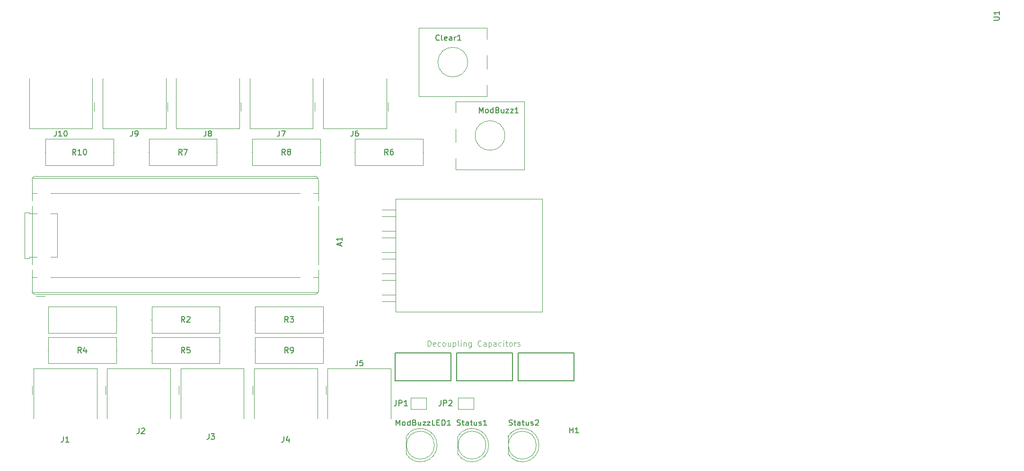
<source format=gbr>
%TF.GenerationSoftware,KiCad,Pcbnew,9.0.6-9.0.6~ubuntu25.04.1*%
%TF.CreationDate,2025-12-30T14:46:32-08:00*%
%TF.ProjectId,buzzer-pcb,62757a7a-6572-42d7-9063-622e6b696361,0*%
%TF.SameCoordinates,Original*%
%TF.FileFunction,Legend,Top*%
%TF.FilePolarity,Positive*%
%FSLAX46Y46*%
G04 Gerber Fmt 4.6, Leading zero omitted, Abs format (unit mm)*
G04 Created by KiCad (PCBNEW 9.0.6-9.0.6~ubuntu25.04.1) date 2025-12-30 14:46:32*
%MOMM*%
%LPD*%
G01*
G04 APERTURE LIST*
%ADD10C,0.100000*%
%ADD11C,0.150000*%
%ADD12C,0.120000*%
%ADD13C,0.127000*%
G04 APERTURE END LIST*
D10*
X83303884Y-69238631D02*
X83303884Y-68238631D01*
X83303884Y-68238631D02*
X83541979Y-68238631D01*
X83541979Y-68238631D02*
X83684836Y-68286250D01*
X83684836Y-68286250D02*
X83780074Y-68381488D01*
X83780074Y-68381488D02*
X83827693Y-68476726D01*
X83827693Y-68476726D02*
X83875312Y-68667202D01*
X83875312Y-68667202D02*
X83875312Y-68810059D01*
X83875312Y-68810059D02*
X83827693Y-69000535D01*
X83827693Y-69000535D02*
X83780074Y-69095773D01*
X83780074Y-69095773D02*
X83684836Y-69191012D01*
X83684836Y-69191012D02*
X83541979Y-69238631D01*
X83541979Y-69238631D02*
X83303884Y-69238631D01*
X84684836Y-69191012D02*
X84589598Y-69238631D01*
X84589598Y-69238631D02*
X84399122Y-69238631D01*
X84399122Y-69238631D02*
X84303884Y-69191012D01*
X84303884Y-69191012D02*
X84256265Y-69095773D01*
X84256265Y-69095773D02*
X84256265Y-68714821D01*
X84256265Y-68714821D02*
X84303884Y-68619583D01*
X84303884Y-68619583D02*
X84399122Y-68571964D01*
X84399122Y-68571964D02*
X84589598Y-68571964D01*
X84589598Y-68571964D02*
X84684836Y-68619583D01*
X84684836Y-68619583D02*
X84732455Y-68714821D01*
X84732455Y-68714821D02*
X84732455Y-68810059D01*
X84732455Y-68810059D02*
X84256265Y-68905297D01*
X85589598Y-69191012D02*
X85494360Y-69238631D01*
X85494360Y-69238631D02*
X85303884Y-69238631D01*
X85303884Y-69238631D02*
X85208646Y-69191012D01*
X85208646Y-69191012D02*
X85161027Y-69143392D01*
X85161027Y-69143392D02*
X85113408Y-69048154D01*
X85113408Y-69048154D02*
X85113408Y-68762440D01*
X85113408Y-68762440D02*
X85161027Y-68667202D01*
X85161027Y-68667202D02*
X85208646Y-68619583D01*
X85208646Y-68619583D02*
X85303884Y-68571964D01*
X85303884Y-68571964D02*
X85494360Y-68571964D01*
X85494360Y-68571964D02*
X85589598Y-68619583D01*
X86161027Y-69238631D02*
X86065789Y-69191012D01*
X86065789Y-69191012D02*
X86018170Y-69143392D01*
X86018170Y-69143392D02*
X85970551Y-69048154D01*
X85970551Y-69048154D02*
X85970551Y-68762440D01*
X85970551Y-68762440D02*
X86018170Y-68667202D01*
X86018170Y-68667202D02*
X86065789Y-68619583D01*
X86065789Y-68619583D02*
X86161027Y-68571964D01*
X86161027Y-68571964D02*
X86303884Y-68571964D01*
X86303884Y-68571964D02*
X86399122Y-68619583D01*
X86399122Y-68619583D02*
X86446741Y-68667202D01*
X86446741Y-68667202D02*
X86494360Y-68762440D01*
X86494360Y-68762440D02*
X86494360Y-69048154D01*
X86494360Y-69048154D02*
X86446741Y-69143392D01*
X86446741Y-69143392D02*
X86399122Y-69191012D01*
X86399122Y-69191012D02*
X86303884Y-69238631D01*
X86303884Y-69238631D02*
X86161027Y-69238631D01*
X87351503Y-68571964D02*
X87351503Y-69238631D01*
X86922932Y-68571964D02*
X86922932Y-69095773D01*
X86922932Y-69095773D02*
X86970551Y-69191012D01*
X86970551Y-69191012D02*
X87065789Y-69238631D01*
X87065789Y-69238631D02*
X87208646Y-69238631D01*
X87208646Y-69238631D02*
X87303884Y-69191012D01*
X87303884Y-69191012D02*
X87351503Y-69143392D01*
X87827694Y-68571964D02*
X87827694Y-69571964D01*
X87827694Y-68619583D02*
X87922932Y-68571964D01*
X87922932Y-68571964D02*
X88113408Y-68571964D01*
X88113408Y-68571964D02*
X88208646Y-68619583D01*
X88208646Y-68619583D02*
X88256265Y-68667202D01*
X88256265Y-68667202D02*
X88303884Y-68762440D01*
X88303884Y-68762440D02*
X88303884Y-69048154D01*
X88303884Y-69048154D02*
X88256265Y-69143392D01*
X88256265Y-69143392D02*
X88208646Y-69191012D01*
X88208646Y-69191012D02*
X88113408Y-69238631D01*
X88113408Y-69238631D02*
X87922932Y-69238631D01*
X87922932Y-69238631D02*
X87827694Y-69191012D01*
X88875313Y-69238631D02*
X88780075Y-69191012D01*
X88780075Y-69191012D02*
X88732456Y-69095773D01*
X88732456Y-69095773D02*
X88732456Y-68238631D01*
X89256266Y-69238631D02*
X89256266Y-68571964D01*
X89256266Y-68238631D02*
X89208647Y-68286250D01*
X89208647Y-68286250D02*
X89256266Y-68333869D01*
X89256266Y-68333869D02*
X89303885Y-68286250D01*
X89303885Y-68286250D02*
X89256266Y-68238631D01*
X89256266Y-68238631D02*
X89256266Y-68333869D01*
X89732456Y-68571964D02*
X89732456Y-69238631D01*
X89732456Y-68667202D02*
X89780075Y-68619583D01*
X89780075Y-68619583D02*
X89875313Y-68571964D01*
X89875313Y-68571964D02*
X90018170Y-68571964D01*
X90018170Y-68571964D02*
X90113408Y-68619583D01*
X90113408Y-68619583D02*
X90161027Y-68714821D01*
X90161027Y-68714821D02*
X90161027Y-69238631D01*
X91065789Y-68571964D02*
X91065789Y-69381488D01*
X91065789Y-69381488D02*
X91018170Y-69476726D01*
X91018170Y-69476726D02*
X90970551Y-69524345D01*
X90970551Y-69524345D02*
X90875313Y-69571964D01*
X90875313Y-69571964D02*
X90732456Y-69571964D01*
X90732456Y-69571964D02*
X90637218Y-69524345D01*
X91065789Y-69191012D02*
X90970551Y-69238631D01*
X90970551Y-69238631D02*
X90780075Y-69238631D01*
X90780075Y-69238631D02*
X90684837Y-69191012D01*
X90684837Y-69191012D02*
X90637218Y-69143392D01*
X90637218Y-69143392D02*
X90589599Y-69048154D01*
X90589599Y-69048154D02*
X90589599Y-68762440D01*
X90589599Y-68762440D02*
X90637218Y-68667202D01*
X90637218Y-68667202D02*
X90684837Y-68619583D01*
X90684837Y-68619583D02*
X90780075Y-68571964D01*
X90780075Y-68571964D02*
X90970551Y-68571964D01*
X90970551Y-68571964D02*
X91065789Y-68619583D01*
X92875313Y-69143392D02*
X92827694Y-69191012D01*
X92827694Y-69191012D02*
X92684837Y-69238631D01*
X92684837Y-69238631D02*
X92589599Y-69238631D01*
X92589599Y-69238631D02*
X92446742Y-69191012D01*
X92446742Y-69191012D02*
X92351504Y-69095773D01*
X92351504Y-69095773D02*
X92303885Y-69000535D01*
X92303885Y-69000535D02*
X92256266Y-68810059D01*
X92256266Y-68810059D02*
X92256266Y-68667202D01*
X92256266Y-68667202D02*
X92303885Y-68476726D01*
X92303885Y-68476726D02*
X92351504Y-68381488D01*
X92351504Y-68381488D02*
X92446742Y-68286250D01*
X92446742Y-68286250D02*
X92589599Y-68238631D01*
X92589599Y-68238631D02*
X92684837Y-68238631D01*
X92684837Y-68238631D02*
X92827694Y-68286250D01*
X92827694Y-68286250D02*
X92875313Y-68333869D01*
X93732456Y-69238631D02*
X93732456Y-68714821D01*
X93732456Y-68714821D02*
X93684837Y-68619583D01*
X93684837Y-68619583D02*
X93589599Y-68571964D01*
X93589599Y-68571964D02*
X93399123Y-68571964D01*
X93399123Y-68571964D02*
X93303885Y-68619583D01*
X93732456Y-69191012D02*
X93637218Y-69238631D01*
X93637218Y-69238631D02*
X93399123Y-69238631D01*
X93399123Y-69238631D02*
X93303885Y-69191012D01*
X93303885Y-69191012D02*
X93256266Y-69095773D01*
X93256266Y-69095773D02*
X93256266Y-69000535D01*
X93256266Y-69000535D02*
X93303885Y-68905297D01*
X93303885Y-68905297D02*
X93399123Y-68857678D01*
X93399123Y-68857678D02*
X93637218Y-68857678D01*
X93637218Y-68857678D02*
X93732456Y-68810059D01*
X94208647Y-68571964D02*
X94208647Y-69571964D01*
X94208647Y-68619583D02*
X94303885Y-68571964D01*
X94303885Y-68571964D02*
X94494361Y-68571964D01*
X94494361Y-68571964D02*
X94589599Y-68619583D01*
X94589599Y-68619583D02*
X94637218Y-68667202D01*
X94637218Y-68667202D02*
X94684837Y-68762440D01*
X94684837Y-68762440D02*
X94684837Y-69048154D01*
X94684837Y-69048154D02*
X94637218Y-69143392D01*
X94637218Y-69143392D02*
X94589599Y-69191012D01*
X94589599Y-69191012D02*
X94494361Y-69238631D01*
X94494361Y-69238631D02*
X94303885Y-69238631D01*
X94303885Y-69238631D02*
X94208647Y-69191012D01*
X95541980Y-69238631D02*
X95541980Y-68714821D01*
X95541980Y-68714821D02*
X95494361Y-68619583D01*
X95494361Y-68619583D02*
X95399123Y-68571964D01*
X95399123Y-68571964D02*
X95208647Y-68571964D01*
X95208647Y-68571964D02*
X95113409Y-68619583D01*
X95541980Y-69191012D02*
X95446742Y-69238631D01*
X95446742Y-69238631D02*
X95208647Y-69238631D01*
X95208647Y-69238631D02*
X95113409Y-69191012D01*
X95113409Y-69191012D02*
X95065790Y-69095773D01*
X95065790Y-69095773D02*
X95065790Y-69000535D01*
X95065790Y-69000535D02*
X95113409Y-68905297D01*
X95113409Y-68905297D02*
X95208647Y-68857678D01*
X95208647Y-68857678D02*
X95446742Y-68857678D01*
X95446742Y-68857678D02*
X95541980Y-68810059D01*
X96446742Y-69191012D02*
X96351504Y-69238631D01*
X96351504Y-69238631D02*
X96161028Y-69238631D01*
X96161028Y-69238631D02*
X96065790Y-69191012D01*
X96065790Y-69191012D02*
X96018171Y-69143392D01*
X96018171Y-69143392D02*
X95970552Y-69048154D01*
X95970552Y-69048154D02*
X95970552Y-68762440D01*
X95970552Y-68762440D02*
X96018171Y-68667202D01*
X96018171Y-68667202D02*
X96065790Y-68619583D01*
X96065790Y-68619583D02*
X96161028Y-68571964D01*
X96161028Y-68571964D02*
X96351504Y-68571964D01*
X96351504Y-68571964D02*
X96446742Y-68619583D01*
X96875314Y-69238631D02*
X96875314Y-68571964D01*
X96875314Y-68238631D02*
X96827695Y-68286250D01*
X96827695Y-68286250D02*
X96875314Y-68333869D01*
X96875314Y-68333869D02*
X96922933Y-68286250D01*
X96922933Y-68286250D02*
X96875314Y-68238631D01*
X96875314Y-68238631D02*
X96875314Y-68333869D01*
X97208647Y-68571964D02*
X97589599Y-68571964D01*
X97351504Y-68238631D02*
X97351504Y-69095773D01*
X97351504Y-69095773D02*
X97399123Y-69191012D01*
X97399123Y-69191012D02*
X97494361Y-69238631D01*
X97494361Y-69238631D02*
X97589599Y-69238631D01*
X98065790Y-69238631D02*
X97970552Y-69191012D01*
X97970552Y-69191012D02*
X97922933Y-69143392D01*
X97922933Y-69143392D02*
X97875314Y-69048154D01*
X97875314Y-69048154D02*
X97875314Y-68762440D01*
X97875314Y-68762440D02*
X97922933Y-68667202D01*
X97922933Y-68667202D02*
X97970552Y-68619583D01*
X97970552Y-68619583D02*
X98065790Y-68571964D01*
X98065790Y-68571964D02*
X98208647Y-68571964D01*
X98208647Y-68571964D02*
X98303885Y-68619583D01*
X98303885Y-68619583D02*
X98351504Y-68667202D01*
X98351504Y-68667202D02*
X98399123Y-68762440D01*
X98399123Y-68762440D02*
X98399123Y-69048154D01*
X98399123Y-69048154D02*
X98351504Y-69143392D01*
X98351504Y-69143392D02*
X98303885Y-69191012D01*
X98303885Y-69191012D02*
X98208647Y-69238631D01*
X98208647Y-69238631D02*
X98065790Y-69238631D01*
X98827695Y-69238631D02*
X98827695Y-68571964D01*
X98827695Y-68762440D02*
X98875314Y-68667202D01*
X98875314Y-68667202D02*
X98922933Y-68619583D01*
X98922933Y-68619583D02*
X99018171Y-68571964D01*
X99018171Y-68571964D02*
X99113409Y-68571964D01*
X99399124Y-69191012D02*
X99494362Y-69238631D01*
X99494362Y-69238631D02*
X99684838Y-69238631D01*
X99684838Y-69238631D02*
X99780076Y-69191012D01*
X99780076Y-69191012D02*
X99827695Y-69095773D01*
X99827695Y-69095773D02*
X99827695Y-69048154D01*
X99827695Y-69048154D02*
X99780076Y-68952916D01*
X99780076Y-68952916D02*
X99684838Y-68905297D01*
X99684838Y-68905297D02*
X99541981Y-68905297D01*
X99541981Y-68905297D02*
X99446743Y-68857678D01*
X99446743Y-68857678D02*
X99399124Y-68762440D01*
X99399124Y-68762440D02*
X99399124Y-68714821D01*
X99399124Y-68714821D02*
X99446743Y-68619583D01*
X99446743Y-68619583D02*
X99541981Y-68571964D01*
X99541981Y-68571964D02*
X99684838Y-68571964D01*
X99684838Y-68571964D02*
X99780076Y-68619583D01*
D11*
X39833333Y-64954819D02*
X39500000Y-64478628D01*
X39261905Y-64954819D02*
X39261905Y-63954819D01*
X39261905Y-63954819D02*
X39642857Y-63954819D01*
X39642857Y-63954819D02*
X39738095Y-64002438D01*
X39738095Y-64002438D02*
X39785714Y-64050057D01*
X39785714Y-64050057D02*
X39833333Y-64145295D01*
X39833333Y-64145295D02*
X39833333Y-64288152D01*
X39833333Y-64288152D02*
X39785714Y-64383390D01*
X39785714Y-64383390D02*
X39738095Y-64431009D01*
X39738095Y-64431009D02*
X39642857Y-64478628D01*
X39642857Y-64478628D02*
X39261905Y-64478628D01*
X40214286Y-64050057D02*
X40261905Y-64002438D01*
X40261905Y-64002438D02*
X40357143Y-63954819D01*
X40357143Y-63954819D02*
X40595238Y-63954819D01*
X40595238Y-63954819D02*
X40690476Y-64002438D01*
X40690476Y-64002438D02*
X40738095Y-64050057D01*
X40738095Y-64050057D02*
X40785714Y-64145295D01*
X40785714Y-64145295D02*
X40785714Y-64240533D01*
X40785714Y-64240533D02*
X40738095Y-64383390D01*
X40738095Y-64383390D02*
X40166667Y-64954819D01*
X40166667Y-64954819D02*
X40785714Y-64954819D01*
X184569819Y-10821904D02*
X185379342Y-10821904D01*
X185379342Y-10821904D02*
X185474580Y-10774285D01*
X185474580Y-10774285D02*
X185522200Y-10726666D01*
X185522200Y-10726666D02*
X185569819Y-10631428D01*
X185569819Y-10631428D02*
X185569819Y-10440952D01*
X185569819Y-10440952D02*
X185522200Y-10345714D01*
X185522200Y-10345714D02*
X185474580Y-10298095D01*
X185474580Y-10298095D02*
X185379342Y-10250476D01*
X185379342Y-10250476D02*
X184569819Y-10250476D01*
X185569819Y-9250476D02*
X185569819Y-9821904D01*
X185569819Y-9536190D02*
X184569819Y-9536190D01*
X184569819Y-9536190D02*
X184712676Y-9631428D01*
X184712676Y-9631428D02*
X184807914Y-9726666D01*
X184807914Y-9726666D02*
X184855533Y-9821904D01*
X43616666Y-30630819D02*
X43616666Y-31345104D01*
X43616666Y-31345104D02*
X43569047Y-31487961D01*
X43569047Y-31487961D02*
X43473809Y-31583200D01*
X43473809Y-31583200D02*
X43330952Y-31630819D01*
X43330952Y-31630819D02*
X43235714Y-31630819D01*
X44235714Y-31059390D02*
X44140476Y-31011771D01*
X44140476Y-31011771D02*
X44092857Y-30964152D01*
X44092857Y-30964152D02*
X44045238Y-30868914D01*
X44045238Y-30868914D02*
X44045238Y-30821295D01*
X44045238Y-30821295D02*
X44092857Y-30726057D01*
X44092857Y-30726057D02*
X44140476Y-30678438D01*
X44140476Y-30678438D02*
X44235714Y-30630819D01*
X44235714Y-30630819D02*
X44426190Y-30630819D01*
X44426190Y-30630819D02*
X44521428Y-30678438D01*
X44521428Y-30678438D02*
X44569047Y-30726057D01*
X44569047Y-30726057D02*
X44616666Y-30821295D01*
X44616666Y-30821295D02*
X44616666Y-30868914D01*
X44616666Y-30868914D02*
X44569047Y-30964152D01*
X44569047Y-30964152D02*
X44521428Y-31011771D01*
X44521428Y-31011771D02*
X44426190Y-31059390D01*
X44426190Y-31059390D02*
X44235714Y-31059390D01*
X44235714Y-31059390D02*
X44140476Y-31107009D01*
X44140476Y-31107009D02*
X44092857Y-31154628D01*
X44092857Y-31154628D02*
X44045238Y-31249866D01*
X44045238Y-31249866D02*
X44045238Y-31440342D01*
X44045238Y-31440342D02*
X44092857Y-31535580D01*
X44092857Y-31535580D02*
X44140476Y-31583200D01*
X44140476Y-31583200D02*
X44235714Y-31630819D01*
X44235714Y-31630819D02*
X44426190Y-31630819D01*
X44426190Y-31630819D02*
X44521428Y-31583200D01*
X44521428Y-31583200D02*
X44569047Y-31535580D01*
X44569047Y-31535580D02*
X44616666Y-31440342D01*
X44616666Y-31440342D02*
X44616666Y-31249866D01*
X44616666Y-31249866D02*
X44569047Y-31154628D01*
X44569047Y-31154628D02*
X44521428Y-31107009D01*
X44521428Y-31107009D02*
X44426190Y-31059390D01*
X20357142Y-34954819D02*
X20023809Y-34478628D01*
X19785714Y-34954819D02*
X19785714Y-33954819D01*
X19785714Y-33954819D02*
X20166666Y-33954819D01*
X20166666Y-33954819D02*
X20261904Y-34002438D01*
X20261904Y-34002438D02*
X20309523Y-34050057D01*
X20309523Y-34050057D02*
X20357142Y-34145295D01*
X20357142Y-34145295D02*
X20357142Y-34288152D01*
X20357142Y-34288152D02*
X20309523Y-34383390D01*
X20309523Y-34383390D02*
X20261904Y-34431009D01*
X20261904Y-34431009D02*
X20166666Y-34478628D01*
X20166666Y-34478628D02*
X19785714Y-34478628D01*
X21309523Y-34954819D02*
X20738095Y-34954819D01*
X21023809Y-34954819D02*
X21023809Y-33954819D01*
X21023809Y-33954819D02*
X20928571Y-34097676D01*
X20928571Y-34097676D02*
X20833333Y-34192914D01*
X20833333Y-34192914D02*
X20738095Y-34240533D01*
X21928571Y-33954819D02*
X22023809Y-33954819D01*
X22023809Y-33954819D02*
X22119047Y-34002438D01*
X22119047Y-34002438D02*
X22166666Y-34050057D01*
X22166666Y-34050057D02*
X22214285Y-34145295D01*
X22214285Y-34145295D02*
X22261904Y-34335771D01*
X22261904Y-34335771D02*
X22261904Y-34573866D01*
X22261904Y-34573866D02*
X22214285Y-34764342D01*
X22214285Y-34764342D02*
X22166666Y-34859580D01*
X22166666Y-34859580D02*
X22119047Y-34907200D01*
X22119047Y-34907200D02*
X22023809Y-34954819D01*
X22023809Y-34954819D02*
X21928571Y-34954819D01*
X21928571Y-34954819D02*
X21833333Y-34907200D01*
X21833333Y-34907200D02*
X21785714Y-34859580D01*
X21785714Y-34859580D02*
X21738095Y-34764342D01*
X21738095Y-34764342D02*
X21690476Y-34573866D01*
X21690476Y-34573866D02*
X21690476Y-34335771D01*
X21690476Y-34335771D02*
X21738095Y-34145295D01*
X21738095Y-34145295D02*
X21785714Y-34050057D01*
X21785714Y-34050057D02*
X21833333Y-34002438D01*
X21833333Y-34002438D02*
X21928571Y-33954819D01*
X97857142Y-83407200D02*
X97999999Y-83454819D01*
X97999999Y-83454819D02*
X98238094Y-83454819D01*
X98238094Y-83454819D02*
X98333332Y-83407200D01*
X98333332Y-83407200D02*
X98380951Y-83359580D01*
X98380951Y-83359580D02*
X98428570Y-83264342D01*
X98428570Y-83264342D02*
X98428570Y-83169104D01*
X98428570Y-83169104D02*
X98380951Y-83073866D01*
X98380951Y-83073866D02*
X98333332Y-83026247D01*
X98333332Y-83026247D02*
X98238094Y-82978628D01*
X98238094Y-82978628D02*
X98047618Y-82931009D01*
X98047618Y-82931009D02*
X97952380Y-82883390D01*
X97952380Y-82883390D02*
X97904761Y-82835771D01*
X97904761Y-82835771D02*
X97857142Y-82740533D01*
X97857142Y-82740533D02*
X97857142Y-82645295D01*
X97857142Y-82645295D02*
X97904761Y-82550057D01*
X97904761Y-82550057D02*
X97952380Y-82502438D01*
X97952380Y-82502438D02*
X98047618Y-82454819D01*
X98047618Y-82454819D02*
X98285713Y-82454819D01*
X98285713Y-82454819D02*
X98428570Y-82502438D01*
X98714285Y-82788152D02*
X99095237Y-82788152D01*
X98857142Y-82454819D02*
X98857142Y-83311961D01*
X98857142Y-83311961D02*
X98904761Y-83407200D01*
X98904761Y-83407200D02*
X98999999Y-83454819D01*
X98999999Y-83454819D02*
X99095237Y-83454819D01*
X99857142Y-83454819D02*
X99857142Y-82931009D01*
X99857142Y-82931009D02*
X99809523Y-82835771D01*
X99809523Y-82835771D02*
X99714285Y-82788152D01*
X99714285Y-82788152D02*
X99523809Y-82788152D01*
X99523809Y-82788152D02*
X99428571Y-82835771D01*
X99857142Y-83407200D02*
X99761904Y-83454819D01*
X99761904Y-83454819D02*
X99523809Y-83454819D01*
X99523809Y-83454819D02*
X99428571Y-83407200D01*
X99428571Y-83407200D02*
X99380952Y-83311961D01*
X99380952Y-83311961D02*
X99380952Y-83216723D01*
X99380952Y-83216723D02*
X99428571Y-83121485D01*
X99428571Y-83121485D02*
X99523809Y-83073866D01*
X99523809Y-83073866D02*
X99761904Y-83073866D01*
X99761904Y-83073866D02*
X99857142Y-83026247D01*
X100190476Y-82788152D02*
X100571428Y-82788152D01*
X100333333Y-82454819D02*
X100333333Y-83311961D01*
X100333333Y-83311961D02*
X100380952Y-83407200D01*
X100380952Y-83407200D02*
X100476190Y-83454819D01*
X100476190Y-83454819D02*
X100571428Y-83454819D01*
X101333333Y-82788152D02*
X101333333Y-83454819D01*
X100904762Y-82788152D02*
X100904762Y-83311961D01*
X100904762Y-83311961D02*
X100952381Y-83407200D01*
X100952381Y-83407200D02*
X101047619Y-83454819D01*
X101047619Y-83454819D02*
X101190476Y-83454819D01*
X101190476Y-83454819D02*
X101285714Y-83407200D01*
X101285714Y-83407200D02*
X101333333Y-83359580D01*
X101761905Y-83407200D02*
X101857143Y-83454819D01*
X101857143Y-83454819D02*
X102047619Y-83454819D01*
X102047619Y-83454819D02*
X102142857Y-83407200D01*
X102142857Y-83407200D02*
X102190476Y-83311961D01*
X102190476Y-83311961D02*
X102190476Y-83264342D01*
X102190476Y-83264342D02*
X102142857Y-83169104D01*
X102142857Y-83169104D02*
X102047619Y-83121485D01*
X102047619Y-83121485D02*
X101904762Y-83121485D01*
X101904762Y-83121485D02*
X101809524Y-83073866D01*
X101809524Y-83073866D02*
X101761905Y-82978628D01*
X101761905Y-82978628D02*
X101761905Y-82931009D01*
X101761905Y-82931009D02*
X101809524Y-82835771D01*
X101809524Y-82835771D02*
X101904762Y-82788152D01*
X101904762Y-82788152D02*
X102047619Y-82788152D01*
X102047619Y-82788152D02*
X102142857Y-82835771D01*
X102571429Y-82550057D02*
X102619048Y-82502438D01*
X102619048Y-82502438D02*
X102714286Y-82454819D01*
X102714286Y-82454819D02*
X102952381Y-82454819D01*
X102952381Y-82454819D02*
X103047619Y-82502438D01*
X103047619Y-82502438D02*
X103095238Y-82550057D01*
X103095238Y-82550057D02*
X103142857Y-82645295D01*
X103142857Y-82645295D02*
X103142857Y-82740533D01*
X103142857Y-82740533D02*
X103095238Y-82883390D01*
X103095238Y-82883390D02*
X102523810Y-83454819D01*
X102523810Y-83454819D02*
X103142857Y-83454819D01*
X85380951Y-14359580D02*
X85333332Y-14407200D01*
X85333332Y-14407200D02*
X85190475Y-14454819D01*
X85190475Y-14454819D02*
X85095237Y-14454819D01*
X85095237Y-14454819D02*
X84952380Y-14407200D01*
X84952380Y-14407200D02*
X84857142Y-14311961D01*
X84857142Y-14311961D02*
X84809523Y-14216723D01*
X84809523Y-14216723D02*
X84761904Y-14026247D01*
X84761904Y-14026247D02*
X84761904Y-13883390D01*
X84761904Y-13883390D02*
X84809523Y-13692914D01*
X84809523Y-13692914D02*
X84857142Y-13597676D01*
X84857142Y-13597676D02*
X84952380Y-13502438D01*
X84952380Y-13502438D02*
X85095237Y-13454819D01*
X85095237Y-13454819D02*
X85190475Y-13454819D01*
X85190475Y-13454819D02*
X85333332Y-13502438D01*
X85333332Y-13502438D02*
X85380951Y-13550057D01*
X85952380Y-14454819D02*
X85857142Y-14407200D01*
X85857142Y-14407200D02*
X85809523Y-14311961D01*
X85809523Y-14311961D02*
X85809523Y-13454819D01*
X86714285Y-14407200D02*
X86619047Y-14454819D01*
X86619047Y-14454819D02*
X86428571Y-14454819D01*
X86428571Y-14454819D02*
X86333333Y-14407200D01*
X86333333Y-14407200D02*
X86285714Y-14311961D01*
X86285714Y-14311961D02*
X86285714Y-13931009D01*
X86285714Y-13931009D02*
X86333333Y-13835771D01*
X86333333Y-13835771D02*
X86428571Y-13788152D01*
X86428571Y-13788152D02*
X86619047Y-13788152D01*
X86619047Y-13788152D02*
X86714285Y-13835771D01*
X86714285Y-13835771D02*
X86761904Y-13931009D01*
X86761904Y-13931009D02*
X86761904Y-14026247D01*
X86761904Y-14026247D02*
X86285714Y-14121485D01*
X87619047Y-14454819D02*
X87619047Y-13931009D01*
X87619047Y-13931009D02*
X87571428Y-13835771D01*
X87571428Y-13835771D02*
X87476190Y-13788152D01*
X87476190Y-13788152D02*
X87285714Y-13788152D01*
X87285714Y-13788152D02*
X87190476Y-13835771D01*
X87619047Y-14407200D02*
X87523809Y-14454819D01*
X87523809Y-14454819D02*
X87285714Y-14454819D01*
X87285714Y-14454819D02*
X87190476Y-14407200D01*
X87190476Y-14407200D02*
X87142857Y-14311961D01*
X87142857Y-14311961D02*
X87142857Y-14216723D01*
X87142857Y-14216723D02*
X87190476Y-14121485D01*
X87190476Y-14121485D02*
X87285714Y-14073866D01*
X87285714Y-14073866D02*
X87523809Y-14073866D01*
X87523809Y-14073866D02*
X87619047Y-14026247D01*
X88095238Y-14454819D02*
X88095238Y-13788152D01*
X88095238Y-13978628D02*
X88142857Y-13883390D01*
X88142857Y-13883390D02*
X88190476Y-13835771D01*
X88190476Y-13835771D02*
X88285714Y-13788152D01*
X88285714Y-13788152D02*
X88380952Y-13788152D01*
X89238095Y-14454819D02*
X88666667Y-14454819D01*
X88952381Y-14454819D02*
X88952381Y-13454819D01*
X88952381Y-13454819D02*
X88857143Y-13597676D01*
X88857143Y-13597676D02*
X88761905Y-13692914D01*
X88761905Y-13692914D02*
X88666667Y-13740533D01*
X77666666Y-78954819D02*
X77666666Y-79669104D01*
X77666666Y-79669104D02*
X77619047Y-79811961D01*
X77619047Y-79811961D02*
X77523809Y-79907200D01*
X77523809Y-79907200D02*
X77380952Y-79954819D01*
X77380952Y-79954819D02*
X77285714Y-79954819D01*
X78142857Y-79954819D02*
X78142857Y-78954819D01*
X78142857Y-78954819D02*
X78523809Y-78954819D01*
X78523809Y-78954819D02*
X78619047Y-79002438D01*
X78619047Y-79002438D02*
X78666666Y-79050057D01*
X78666666Y-79050057D02*
X78714285Y-79145295D01*
X78714285Y-79145295D02*
X78714285Y-79288152D01*
X78714285Y-79288152D02*
X78666666Y-79383390D01*
X78666666Y-79383390D02*
X78619047Y-79431009D01*
X78619047Y-79431009D02*
X78523809Y-79478628D01*
X78523809Y-79478628D02*
X78142857Y-79478628D01*
X79666666Y-79954819D02*
X79095238Y-79954819D01*
X79380952Y-79954819D02*
X79380952Y-78954819D01*
X79380952Y-78954819D02*
X79285714Y-79097676D01*
X79285714Y-79097676D02*
X79190476Y-79192914D01*
X79190476Y-79192914D02*
X79095238Y-79240533D01*
X57833333Y-34954819D02*
X57500000Y-34478628D01*
X57261905Y-34954819D02*
X57261905Y-33954819D01*
X57261905Y-33954819D02*
X57642857Y-33954819D01*
X57642857Y-33954819D02*
X57738095Y-34002438D01*
X57738095Y-34002438D02*
X57785714Y-34050057D01*
X57785714Y-34050057D02*
X57833333Y-34145295D01*
X57833333Y-34145295D02*
X57833333Y-34288152D01*
X57833333Y-34288152D02*
X57785714Y-34383390D01*
X57785714Y-34383390D02*
X57738095Y-34431009D01*
X57738095Y-34431009D02*
X57642857Y-34478628D01*
X57642857Y-34478628D02*
X57261905Y-34478628D01*
X58404762Y-34383390D02*
X58309524Y-34335771D01*
X58309524Y-34335771D02*
X58261905Y-34288152D01*
X58261905Y-34288152D02*
X58214286Y-34192914D01*
X58214286Y-34192914D02*
X58214286Y-34145295D01*
X58214286Y-34145295D02*
X58261905Y-34050057D01*
X58261905Y-34050057D02*
X58309524Y-34002438D01*
X58309524Y-34002438D02*
X58404762Y-33954819D01*
X58404762Y-33954819D02*
X58595238Y-33954819D01*
X58595238Y-33954819D02*
X58690476Y-34002438D01*
X58690476Y-34002438D02*
X58738095Y-34050057D01*
X58738095Y-34050057D02*
X58785714Y-34145295D01*
X58785714Y-34145295D02*
X58785714Y-34192914D01*
X58785714Y-34192914D02*
X58738095Y-34288152D01*
X58738095Y-34288152D02*
X58690476Y-34335771D01*
X58690476Y-34335771D02*
X58595238Y-34383390D01*
X58595238Y-34383390D02*
X58404762Y-34383390D01*
X58404762Y-34383390D02*
X58309524Y-34431009D01*
X58309524Y-34431009D02*
X58261905Y-34478628D01*
X58261905Y-34478628D02*
X58214286Y-34573866D01*
X58214286Y-34573866D02*
X58214286Y-34764342D01*
X58214286Y-34764342D02*
X58261905Y-34859580D01*
X58261905Y-34859580D02*
X58309524Y-34907200D01*
X58309524Y-34907200D02*
X58404762Y-34954819D01*
X58404762Y-34954819D02*
X58595238Y-34954819D01*
X58595238Y-34954819D02*
X58690476Y-34907200D01*
X58690476Y-34907200D02*
X58738095Y-34859580D01*
X58738095Y-34859580D02*
X58785714Y-34764342D01*
X58785714Y-34764342D02*
X58785714Y-34573866D01*
X58785714Y-34573866D02*
X58738095Y-34478628D01*
X58738095Y-34478628D02*
X58690476Y-34431009D01*
X58690476Y-34431009D02*
X58595238Y-34383390D01*
X69916666Y-30630819D02*
X69916666Y-31345104D01*
X69916666Y-31345104D02*
X69869047Y-31487961D01*
X69869047Y-31487961D02*
X69773809Y-31583200D01*
X69773809Y-31583200D02*
X69630952Y-31630819D01*
X69630952Y-31630819D02*
X69535714Y-31630819D01*
X70821428Y-30630819D02*
X70630952Y-30630819D01*
X70630952Y-30630819D02*
X70535714Y-30678438D01*
X70535714Y-30678438D02*
X70488095Y-30726057D01*
X70488095Y-30726057D02*
X70392857Y-30868914D01*
X70392857Y-30868914D02*
X70345238Y-31059390D01*
X70345238Y-31059390D02*
X70345238Y-31440342D01*
X70345238Y-31440342D02*
X70392857Y-31535580D01*
X70392857Y-31535580D02*
X70440476Y-31583200D01*
X70440476Y-31583200D02*
X70535714Y-31630819D01*
X70535714Y-31630819D02*
X70726190Y-31630819D01*
X70726190Y-31630819D02*
X70821428Y-31583200D01*
X70821428Y-31583200D02*
X70869047Y-31535580D01*
X70869047Y-31535580D02*
X70916666Y-31440342D01*
X70916666Y-31440342D02*
X70916666Y-31202247D01*
X70916666Y-31202247D02*
X70869047Y-31107009D01*
X70869047Y-31107009D02*
X70821428Y-31059390D01*
X70821428Y-31059390D02*
X70726190Y-31011771D01*
X70726190Y-31011771D02*
X70535714Y-31011771D01*
X70535714Y-31011771D02*
X70440476Y-31059390D01*
X70440476Y-31059390D02*
X70392857Y-31107009D01*
X70392857Y-31107009D02*
X70345238Y-31202247D01*
X57566666Y-85454819D02*
X57566666Y-86169104D01*
X57566666Y-86169104D02*
X57519047Y-86311961D01*
X57519047Y-86311961D02*
X57423809Y-86407200D01*
X57423809Y-86407200D02*
X57280952Y-86454819D01*
X57280952Y-86454819D02*
X57185714Y-86454819D01*
X58471428Y-85788152D02*
X58471428Y-86454819D01*
X58233333Y-85407200D02*
X57995238Y-86121485D01*
X57995238Y-86121485D02*
X58614285Y-86121485D01*
X56766666Y-30630819D02*
X56766666Y-31345104D01*
X56766666Y-31345104D02*
X56719047Y-31487961D01*
X56719047Y-31487961D02*
X56623809Y-31583200D01*
X56623809Y-31583200D02*
X56480952Y-31630819D01*
X56480952Y-31630819D02*
X56385714Y-31630819D01*
X57147619Y-30630819D02*
X57814285Y-30630819D01*
X57814285Y-30630819D02*
X57385714Y-31630819D01*
X85666666Y-78954819D02*
X85666666Y-79669104D01*
X85666666Y-79669104D02*
X85619047Y-79811961D01*
X85619047Y-79811961D02*
X85523809Y-79907200D01*
X85523809Y-79907200D02*
X85380952Y-79954819D01*
X85380952Y-79954819D02*
X85285714Y-79954819D01*
X86142857Y-79954819D02*
X86142857Y-78954819D01*
X86142857Y-78954819D02*
X86523809Y-78954819D01*
X86523809Y-78954819D02*
X86619047Y-79002438D01*
X86619047Y-79002438D02*
X86666666Y-79050057D01*
X86666666Y-79050057D02*
X86714285Y-79145295D01*
X86714285Y-79145295D02*
X86714285Y-79288152D01*
X86714285Y-79288152D02*
X86666666Y-79383390D01*
X86666666Y-79383390D02*
X86619047Y-79431009D01*
X86619047Y-79431009D02*
X86523809Y-79478628D01*
X86523809Y-79478628D02*
X86142857Y-79478628D01*
X87095238Y-79050057D02*
X87142857Y-79002438D01*
X87142857Y-79002438D02*
X87238095Y-78954819D01*
X87238095Y-78954819D02*
X87476190Y-78954819D01*
X87476190Y-78954819D02*
X87571428Y-79002438D01*
X87571428Y-79002438D02*
X87619047Y-79050057D01*
X87619047Y-79050057D02*
X87666666Y-79145295D01*
X87666666Y-79145295D02*
X87666666Y-79240533D01*
X87666666Y-79240533D02*
X87619047Y-79383390D01*
X87619047Y-79383390D02*
X87047619Y-79954819D01*
X87047619Y-79954819D02*
X87666666Y-79954819D01*
X77666666Y-83454819D02*
X77666666Y-82454819D01*
X77666666Y-82454819D02*
X77999999Y-83169104D01*
X77999999Y-83169104D02*
X78333332Y-82454819D01*
X78333332Y-82454819D02*
X78333332Y-83454819D01*
X78952380Y-83454819D02*
X78857142Y-83407200D01*
X78857142Y-83407200D02*
X78809523Y-83359580D01*
X78809523Y-83359580D02*
X78761904Y-83264342D01*
X78761904Y-83264342D02*
X78761904Y-82978628D01*
X78761904Y-82978628D02*
X78809523Y-82883390D01*
X78809523Y-82883390D02*
X78857142Y-82835771D01*
X78857142Y-82835771D02*
X78952380Y-82788152D01*
X78952380Y-82788152D02*
X79095237Y-82788152D01*
X79095237Y-82788152D02*
X79190475Y-82835771D01*
X79190475Y-82835771D02*
X79238094Y-82883390D01*
X79238094Y-82883390D02*
X79285713Y-82978628D01*
X79285713Y-82978628D02*
X79285713Y-83264342D01*
X79285713Y-83264342D02*
X79238094Y-83359580D01*
X79238094Y-83359580D02*
X79190475Y-83407200D01*
X79190475Y-83407200D02*
X79095237Y-83454819D01*
X79095237Y-83454819D02*
X78952380Y-83454819D01*
X80142856Y-83454819D02*
X80142856Y-82454819D01*
X80142856Y-83407200D02*
X80047618Y-83454819D01*
X80047618Y-83454819D02*
X79857142Y-83454819D01*
X79857142Y-83454819D02*
X79761904Y-83407200D01*
X79761904Y-83407200D02*
X79714285Y-83359580D01*
X79714285Y-83359580D02*
X79666666Y-83264342D01*
X79666666Y-83264342D02*
X79666666Y-82978628D01*
X79666666Y-82978628D02*
X79714285Y-82883390D01*
X79714285Y-82883390D02*
X79761904Y-82835771D01*
X79761904Y-82835771D02*
X79857142Y-82788152D01*
X79857142Y-82788152D02*
X80047618Y-82788152D01*
X80047618Y-82788152D02*
X80142856Y-82835771D01*
X80952380Y-82931009D02*
X81095237Y-82978628D01*
X81095237Y-82978628D02*
X81142856Y-83026247D01*
X81142856Y-83026247D02*
X81190475Y-83121485D01*
X81190475Y-83121485D02*
X81190475Y-83264342D01*
X81190475Y-83264342D02*
X81142856Y-83359580D01*
X81142856Y-83359580D02*
X81095237Y-83407200D01*
X81095237Y-83407200D02*
X80999999Y-83454819D01*
X80999999Y-83454819D02*
X80619047Y-83454819D01*
X80619047Y-83454819D02*
X80619047Y-82454819D01*
X80619047Y-82454819D02*
X80952380Y-82454819D01*
X80952380Y-82454819D02*
X81047618Y-82502438D01*
X81047618Y-82502438D02*
X81095237Y-82550057D01*
X81095237Y-82550057D02*
X81142856Y-82645295D01*
X81142856Y-82645295D02*
X81142856Y-82740533D01*
X81142856Y-82740533D02*
X81095237Y-82835771D01*
X81095237Y-82835771D02*
X81047618Y-82883390D01*
X81047618Y-82883390D02*
X80952380Y-82931009D01*
X80952380Y-82931009D02*
X80619047Y-82931009D01*
X82047618Y-82788152D02*
X82047618Y-83454819D01*
X81619047Y-82788152D02*
X81619047Y-83311961D01*
X81619047Y-83311961D02*
X81666666Y-83407200D01*
X81666666Y-83407200D02*
X81761904Y-83454819D01*
X81761904Y-83454819D02*
X81904761Y-83454819D01*
X81904761Y-83454819D02*
X81999999Y-83407200D01*
X81999999Y-83407200D02*
X82047618Y-83359580D01*
X82428571Y-82788152D02*
X82952380Y-82788152D01*
X82952380Y-82788152D02*
X82428571Y-83454819D01*
X82428571Y-83454819D02*
X82952380Y-83454819D01*
X83238095Y-82788152D02*
X83761904Y-82788152D01*
X83761904Y-82788152D02*
X83238095Y-83454819D01*
X83238095Y-83454819D02*
X83761904Y-83454819D01*
X84619047Y-83454819D02*
X84142857Y-83454819D01*
X84142857Y-83454819D02*
X84142857Y-82454819D01*
X84952381Y-82931009D02*
X85285714Y-82931009D01*
X85428571Y-83454819D02*
X84952381Y-83454819D01*
X84952381Y-83454819D02*
X84952381Y-82454819D01*
X84952381Y-82454819D02*
X85428571Y-82454819D01*
X85857143Y-83454819D02*
X85857143Y-82454819D01*
X85857143Y-82454819D02*
X86095238Y-82454819D01*
X86095238Y-82454819D02*
X86238095Y-82502438D01*
X86238095Y-82502438D02*
X86333333Y-82597676D01*
X86333333Y-82597676D02*
X86380952Y-82692914D01*
X86380952Y-82692914D02*
X86428571Y-82883390D01*
X86428571Y-82883390D02*
X86428571Y-83026247D01*
X86428571Y-83026247D02*
X86380952Y-83216723D01*
X86380952Y-83216723D02*
X86333333Y-83311961D01*
X86333333Y-83311961D02*
X86238095Y-83407200D01*
X86238095Y-83407200D02*
X86095238Y-83454819D01*
X86095238Y-83454819D02*
X85857143Y-83454819D01*
X87380952Y-83454819D02*
X86809524Y-83454819D01*
X87095238Y-83454819D02*
X87095238Y-82454819D01*
X87095238Y-82454819D02*
X87000000Y-82597676D01*
X87000000Y-82597676D02*
X86904762Y-82692914D01*
X86904762Y-82692914D02*
X86809524Y-82740533D01*
X70716666Y-71778819D02*
X70716666Y-72493104D01*
X70716666Y-72493104D02*
X70669047Y-72635961D01*
X70669047Y-72635961D02*
X70573809Y-72731200D01*
X70573809Y-72731200D02*
X70430952Y-72778819D01*
X70430952Y-72778819D02*
X70335714Y-72778819D01*
X71669047Y-71778819D02*
X71192857Y-71778819D01*
X71192857Y-71778819D02*
X71145238Y-72255009D01*
X71145238Y-72255009D02*
X71192857Y-72207390D01*
X71192857Y-72207390D02*
X71288095Y-72159771D01*
X71288095Y-72159771D02*
X71526190Y-72159771D01*
X71526190Y-72159771D02*
X71621428Y-72207390D01*
X71621428Y-72207390D02*
X71669047Y-72255009D01*
X71669047Y-72255009D02*
X71716666Y-72350247D01*
X71716666Y-72350247D02*
X71716666Y-72588342D01*
X71716666Y-72588342D02*
X71669047Y-72683580D01*
X71669047Y-72683580D02*
X71621428Y-72731200D01*
X71621428Y-72731200D02*
X71526190Y-72778819D01*
X71526190Y-72778819D02*
X71288095Y-72778819D01*
X71288095Y-72778819D02*
X71192857Y-72731200D01*
X71192857Y-72731200D02*
X71145238Y-72683580D01*
X58333333Y-64954819D02*
X58000000Y-64478628D01*
X57761905Y-64954819D02*
X57761905Y-63954819D01*
X57761905Y-63954819D02*
X58142857Y-63954819D01*
X58142857Y-63954819D02*
X58238095Y-64002438D01*
X58238095Y-64002438D02*
X58285714Y-64050057D01*
X58285714Y-64050057D02*
X58333333Y-64145295D01*
X58333333Y-64145295D02*
X58333333Y-64288152D01*
X58333333Y-64288152D02*
X58285714Y-64383390D01*
X58285714Y-64383390D02*
X58238095Y-64431009D01*
X58238095Y-64431009D02*
X58142857Y-64478628D01*
X58142857Y-64478628D02*
X57761905Y-64478628D01*
X58666667Y-63954819D02*
X59285714Y-63954819D01*
X59285714Y-63954819D02*
X58952381Y-64335771D01*
X58952381Y-64335771D02*
X59095238Y-64335771D01*
X59095238Y-64335771D02*
X59190476Y-64383390D01*
X59190476Y-64383390D02*
X59238095Y-64431009D01*
X59238095Y-64431009D02*
X59285714Y-64526247D01*
X59285714Y-64526247D02*
X59285714Y-64764342D01*
X59285714Y-64764342D02*
X59238095Y-64859580D01*
X59238095Y-64859580D02*
X59190476Y-64907200D01*
X59190476Y-64907200D02*
X59095238Y-64954819D01*
X59095238Y-64954819D02*
X58809524Y-64954819D01*
X58809524Y-64954819D02*
X58714286Y-64907200D01*
X58714286Y-64907200D02*
X58666667Y-64859580D01*
X76213333Y-34954819D02*
X75880000Y-34478628D01*
X75641905Y-34954819D02*
X75641905Y-33954819D01*
X75641905Y-33954819D02*
X76022857Y-33954819D01*
X76022857Y-33954819D02*
X76118095Y-34002438D01*
X76118095Y-34002438D02*
X76165714Y-34050057D01*
X76165714Y-34050057D02*
X76213333Y-34145295D01*
X76213333Y-34145295D02*
X76213333Y-34288152D01*
X76213333Y-34288152D02*
X76165714Y-34383390D01*
X76165714Y-34383390D02*
X76118095Y-34431009D01*
X76118095Y-34431009D02*
X76022857Y-34478628D01*
X76022857Y-34478628D02*
X75641905Y-34478628D01*
X77070476Y-33954819D02*
X76880000Y-33954819D01*
X76880000Y-33954819D02*
X76784762Y-34002438D01*
X76784762Y-34002438D02*
X76737143Y-34050057D01*
X76737143Y-34050057D02*
X76641905Y-34192914D01*
X76641905Y-34192914D02*
X76594286Y-34383390D01*
X76594286Y-34383390D02*
X76594286Y-34764342D01*
X76594286Y-34764342D02*
X76641905Y-34859580D01*
X76641905Y-34859580D02*
X76689524Y-34907200D01*
X76689524Y-34907200D02*
X76784762Y-34954819D01*
X76784762Y-34954819D02*
X76975238Y-34954819D01*
X76975238Y-34954819D02*
X77070476Y-34907200D01*
X77070476Y-34907200D02*
X77118095Y-34859580D01*
X77118095Y-34859580D02*
X77165714Y-34764342D01*
X77165714Y-34764342D02*
X77165714Y-34526247D01*
X77165714Y-34526247D02*
X77118095Y-34431009D01*
X77118095Y-34431009D02*
X77070476Y-34383390D01*
X77070476Y-34383390D02*
X76975238Y-34335771D01*
X76975238Y-34335771D02*
X76784762Y-34335771D01*
X76784762Y-34335771D02*
X76689524Y-34383390D01*
X76689524Y-34383390D02*
X76641905Y-34431009D01*
X76641905Y-34431009D02*
X76594286Y-34526247D01*
X39333333Y-34954819D02*
X39000000Y-34478628D01*
X38761905Y-34954819D02*
X38761905Y-33954819D01*
X38761905Y-33954819D02*
X39142857Y-33954819D01*
X39142857Y-33954819D02*
X39238095Y-34002438D01*
X39238095Y-34002438D02*
X39285714Y-34050057D01*
X39285714Y-34050057D02*
X39333333Y-34145295D01*
X39333333Y-34145295D02*
X39333333Y-34288152D01*
X39333333Y-34288152D02*
X39285714Y-34383390D01*
X39285714Y-34383390D02*
X39238095Y-34431009D01*
X39238095Y-34431009D02*
X39142857Y-34478628D01*
X39142857Y-34478628D02*
X38761905Y-34478628D01*
X39666667Y-33954819D02*
X40333333Y-33954819D01*
X40333333Y-33954819D02*
X39904762Y-34954819D01*
X30466666Y-30630819D02*
X30466666Y-31345104D01*
X30466666Y-31345104D02*
X30419047Y-31487961D01*
X30419047Y-31487961D02*
X30323809Y-31583200D01*
X30323809Y-31583200D02*
X30180952Y-31630819D01*
X30180952Y-31630819D02*
X30085714Y-31630819D01*
X30990476Y-31630819D02*
X31180952Y-31630819D01*
X31180952Y-31630819D02*
X31276190Y-31583200D01*
X31276190Y-31583200D02*
X31323809Y-31535580D01*
X31323809Y-31535580D02*
X31419047Y-31392723D01*
X31419047Y-31392723D02*
X31466666Y-31202247D01*
X31466666Y-31202247D02*
X31466666Y-30821295D01*
X31466666Y-30821295D02*
X31419047Y-30726057D01*
X31419047Y-30726057D02*
X31371428Y-30678438D01*
X31371428Y-30678438D02*
X31276190Y-30630819D01*
X31276190Y-30630819D02*
X31085714Y-30630819D01*
X31085714Y-30630819D02*
X30990476Y-30678438D01*
X30990476Y-30678438D02*
X30942857Y-30726057D01*
X30942857Y-30726057D02*
X30895238Y-30821295D01*
X30895238Y-30821295D02*
X30895238Y-31059390D01*
X30895238Y-31059390D02*
X30942857Y-31154628D01*
X30942857Y-31154628D02*
X30990476Y-31202247D01*
X30990476Y-31202247D02*
X31085714Y-31249866D01*
X31085714Y-31249866D02*
X31276190Y-31249866D01*
X31276190Y-31249866D02*
X31371428Y-31202247D01*
X31371428Y-31202247D02*
X31419047Y-31154628D01*
X31419047Y-31154628D02*
X31466666Y-31059390D01*
X92523809Y-27454819D02*
X92523809Y-26454819D01*
X92523809Y-26454819D02*
X92857142Y-27169104D01*
X92857142Y-27169104D02*
X93190475Y-26454819D01*
X93190475Y-26454819D02*
X93190475Y-27454819D01*
X93809523Y-27454819D02*
X93714285Y-27407200D01*
X93714285Y-27407200D02*
X93666666Y-27359580D01*
X93666666Y-27359580D02*
X93619047Y-27264342D01*
X93619047Y-27264342D02*
X93619047Y-26978628D01*
X93619047Y-26978628D02*
X93666666Y-26883390D01*
X93666666Y-26883390D02*
X93714285Y-26835771D01*
X93714285Y-26835771D02*
X93809523Y-26788152D01*
X93809523Y-26788152D02*
X93952380Y-26788152D01*
X93952380Y-26788152D02*
X94047618Y-26835771D01*
X94047618Y-26835771D02*
X94095237Y-26883390D01*
X94095237Y-26883390D02*
X94142856Y-26978628D01*
X94142856Y-26978628D02*
X94142856Y-27264342D01*
X94142856Y-27264342D02*
X94095237Y-27359580D01*
X94095237Y-27359580D02*
X94047618Y-27407200D01*
X94047618Y-27407200D02*
X93952380Y-27454819D01*
X93952380Y-27454819D02*
X93809523Y-27454819D01*
X94999999Y-27454819D02*
X94999999Y-26454819D01*
X94999999Y-27407200D02*
X94904761Y-27454819D01*
X94904761Y-27454819D02*
X94714285Y-27454819D01*
X94714285Y-27454819D02*
X94619047Y-27407200D01*
X94619047Y-27407200D02*
X94571428Y-27359580D01*
X94571428Y-27359580D02*
X94523809Y-27264342D01*
X94523809Y-27264342D02*
X94523809Y-26978628D01*
X94523809Y-26978628D02*
X94571428Y-26883390D01*
X94571428Y-26883390D02*
X94619047Y-26835771D01*
X94619047Y-26835771D02*
X94714285Y-26788152D01*
X94714285Y-26788152D02*
X94904761Y-26788152D01*
X94904761Y-26788152D02*
X94999999Y-26835771D01*
X95809523Y-26931009D02*
X95952380Y-26978628D01*
X95952380Y-26978628D02*
X95999999Y-27026247D01*
X95999999Y-27026247D02*
X96047618Y-27121485D01*
X96047618Y-27121485D02*
X96047618Y-27264342D01*
X96047618Y-27264342D02*
X95999999Y-27359580D01*
X95999999Y-27359580D02*
X95952380Y-27407200D01*
X95952380Y-27407200D02*
X95857142Y-27454819D01*
X95857142Y-27454819D02*
X95476190Y-27454819D01*
X95476190Y-27454819D02*
X95476190Y-26454819D01*
X95476190Y-26454819D02*
X95809523Y-26454819D01*
X95809523Y-26454819D02*
X95904761Y-26502438D01*
X95904761Y-26502438D02*
X95952380Y-26550057D01*
X95952380Y-26550057D02*
X95999999Y-26645295D01*
X95999999Y-26645295D02*
X95999999Y-26740533D01*
X95999999Y-26740533D02*
X95952380Y-26835771D01*
X95952380Y-26835771D02*
X95904761Y-26883390D01*
X95904761Y-26883390D02*
X95809523Y-26931009D01*
X95809523Y-26931009D02*
X95476190Y-26931009D01*
X96904761Y-26788152D02*
X96904761Y-27454819D01*
X96476190Y-26788152D02*
X96476190Y-27311961D01*
X96476190Y-27311961D02*
X96523809Y-27407200D01*
X96523809Y-27407200D02*
X96619047Y-27454819D01*
X96619047Y-27454819D02*
X96761904Y-27454819D01*
X96761904Y-27454819D02*
X96857142Y-27407200D01*
X96857142Y-27407200D02*
X96904761Y-27359580D01*
X97285714Y-26788152D02*
X97809523Y-26788152D01*
X97809523Y-26788152D02*
X97285714Y-27454819D01*
X97285714Y-27454819D02*
X97809523Y-27454819D01*
X98095238Y-26788152D02*
X98619047Y-26788152D01*
X98619047Y-26788152D02*
X98095238Y-27454819D01*
X98095238Y-27454819D02*
X98619047Y-27454819D01*
X99523809Y-27454819D02*
X98952381Y-27454819D01*
X99238095Y-27454819D02*
X99238095Y-26454819D01*
X99238095Y-26454819D02*
X99142857Y-26597676D01*
X99142857Y-26597676D02*
X99047619Y-26692914D01*
X99047619Y-26692914D02*
X98952381Y-26740533D01*
X44166666Y-84954819D02*
X44166666Y-85669104D01*
X44166666Y-85669104D02*
X44119047Y-85811961D01*
X44119047Y-85811961D02*
X44023809Y-85907200D01*
X44023809Y-85907200D02*
X43880952Y-85954819D01*
X43880952Y-85954819D02*
X43785714Y-85954819D01*
X44547619Y-84954819D02*
X45166666Y-84954819D01*
X45166666Y-84954819D02*
X44833333Y-85335771D01*
X44833333Y-85335771D02*
X44976190Y-85335771D01*
X44976190Y-85335771D02*
X45071428Y-85383390D01*
X45071428Y-85383390D02*
X45119047Y-85431009D01*
X45119047Y-85431009D02*
X45166666Y-85526247D01*
X45166666Y-85526247D02*
X45166666Y-85764342D01*
X45166666Y-85764342D02*
X45119047Y-85859580D01*
X45119047Y-85859580D02*
X45071428Y-85907200D01*
X45071428Y-85907200D02*
X44976190Y-85954819D01*
X44976190Y-85954819D02*
X44690476Y-85954819D01*
X44690476Y-85954819D02*
X44595238Y-85907200D01*
X44595238Y-85907200D02*
X44547619Y-85859580D01*
X88587142Y-83407200D02*
X88729999Y-83454819D01*
X88729999Y-83454819D02*
X88968094Y-83454819D01*
X88968094Y-83454819D02*
X89063332Y-83407200D01*
X89063332Y-83407200D02*
X89110951Y-83359580D01*
X89110951Y-83359580D02*
X89158570Y-83264342D01*
X89158570Y-83264342D02*
X89158570Y-83169104D01*
X89158570Y-83169104D02*
X89110951Y-83073866D01*
X89110951Y-83073866D02*
X89063332Y-83026247D01*
X89063332Y-83026247D02*
X88968094Y-82978628D01*
X88968094Y-82978628D02*
X88777618Y-82931009D01*
X88777618Y-82931009D02*
X88682380Y-82883390D01*
X88682380Y-82883390D02*
X88634761Y-82835771D01*
X88634761Y-82835771D02*
X88587142Y-82740533D01*
X88587142Y-82740533D02*
X88587142Y-82645295D01*
X88587142Y-82645295D02*
X88634761Y-82550057D01*
X88634761Y-82550057D02*
X88682380Y-82502438D01*
X88682380Y-82502438D02*
X88777618Y-82454819D01*
X88777618Y-82454819D02*
X89015713Y-82454819D01*
X89015713Y-82454819D02*
X89158570Y-82502438D01*
X89444285Y-82788152D02*
X89825237Y-82788152D01*
X89587142Y-82454819D02*
X89587142Y-83311961D01*
X89587142Y-83311961D02*
X89634761Y-83407200D01*
X89634761Y-83407200D02*
X89729999Y-83454819D01*
X89729999Y-83454819D02*
X89825237Y-83454819D01*
X90587142Y-83454819D02*
X90587142Y-82931009D01*
X90587142Y-82931009D02*
X90539523Y-82835771D01*
X90539523Y-82835771D02*
X90444285Y-82788152D01*
X90444285Y-82788152D02*
X90253809Y-82788152D01*
X90253809Y-82788152D02*
X90158571Y-82835771D01*
X90587142Y-83407200D02*
X90491904Y-83454819D01*
X90491904Y-83454819D02*
X90253809Y-83454819D01*
X90253809Y-83454819D02*
X90158571Y-83407200D01*
X90158571Y-83407200D02*
X90110952Y-83311961D01*
X90110952Y-83311961D02*
X90110952Y-83216723D01*
X90110952Y-83216723D02*
X90158571Y-83121485D01*
X90158571Y-83121485D02*
X90253809Y-83073866D01*
X90253809Y-83073866D02*
X90491904Y-83073866D01*
X90491904Y-83073866D02*
X90587142Y-83026247D01*
X90920476Y-82788152D02*
X91301428Y-82788152D01*
X91063333Y-82454819D02*
X91063333Y-83311961D01*
X91063333Y-83311961D02*
X91110952Y-83407200D01*
X91110952Y-83407200D02*
X91206190Y-83454819D01*
X91206190Y-83454819D02*
X91301428Y-83454819D01*
X92063333Y-82788152D02*
X92063333Y-83454819D01*
X91634762Y-82788152D02*
X91634762Y-83311961D01*
X91634762Y-83311961D02*
X91682381Y-83407200D01*
X91682381Y-83407200D02*
X91777619Y-83454819D01*
X91777619Y-83454819D02*
X91920476Y-83454819D01*
X91920476Y-83454819D02*
X92015714Y-83407200D01*
X92015714Y-83407200D02*
X92063333Y-83359580D01*
X92491905Y-83407200D02*
X92587143Y-83454819D01*
X92587143Y-83454819D02*
X92777619Y-83454819D01*
X92777619Y-83454819D02*
X92872857Y-83407200D01*
X92872857Y-83407200D02*
X92920476Y-83311961D01*
X92920476Y-83311961D02*
X92920476Y-83264342D01*
X92920476Y-83264342D02*
X92872857Y-83169104D01*
X92872857Y-83169104D02*
X92777619Y-83121485D01*
X92777619Y-83121485D02*
X92634762Y-83121485D01*
X92634762Y-83121485D02*
X92539524Y-83073866D01*
X92539524Y-83073866D02*
X92491905Y-82978628D01*
X92491905Y-82978628D02*
X92491905Y-82931009D01*
X92491905Y-82931009D02*
X92539524Y-82835771D01*
X92539524Y-82835771D02*
X92634762Y-82788152D01*
X92634762Y-82788152D02*
X92777619Y-82788152D01*
X92777619Y-82788152D02*
X92872857Y-82835771D01*
X93872857Y-83454819D02*
X93301429Y-83454819D01*
X93587143Y-83454819D02*
X93587143Y-82454819D01*
X93587143Y-82454819D02*
X93491905Y-82597676D01*
X93491905Y-82597676D02*
X93396667Y-82692914D01*
X93396667Y-82692914D02*
X93301429Y-82740533D01*
X31666666Y-83954819D02*
X31666666Y-84669104D01*
X31666666Y-84669104D02*
X31619047Y-84811961D01*
X31619047Y-84811961D02*
X31523809Y-84907200D01*
X31523809Y-84907200D02*
X31380952Y-84954819D01*
X31380952Y-84954819D02*
X31285714Y-84954819D01*
X32095238Y-84050057D02*
X32142857Y-84002438D01*
X32142857Y-84002438D02*
X32238095Y-83954819D01*
X32238095Y-83954819D02*
X32476190Y-83954819D01*
X32476190Y-83954819D02*
X32571428Y-84002438D01*
X32571428Y-84002438D02*
X32619047Y-84050057D01*
X32619047Y-84050057D02*
X32666666Y-84145295D01*
X32666666Y-84145295D02*
X32666666Y-84240533D01*
X32666666Y-84240533D02*
X32619047Y-84383390D01*
X32619047Y-84383390D02*
X32047619Y-84954819D01*
X32047619Y-84954819D02*
X32666666Y-84954819D01*
X21333333Y-70454819D02*
X21000000Y-69978628D01*
X20761905Y-70454819D02*
X20761905Y-69454819D01*
X20761905Y-69454819D02*
X21142857Y-69454819D01*
X21142857Y-69454819D02*
X21238095Y-69502438D01*
X21238095Y-69502438D02*
X21285714Y-69550057D01*
X21285714Y-69550057D02*
X21333333Y-69645295D01*
X21333333Y-69645295D02*
X21333333Y-69788152D01*
X21333333Y-69788152D02*
X21285714Y-69883390D01*
X21285714Y-69883390D02*
X21238095Y-69931009D01*
X21238095Y-69931009D02*
X21142857Y-69978628D01*
X21142857Y-69978628D02*
X20761905Y-69978628D01*
X22190476Y-69788152D02*
X22190476Y-70454819D01*
X21952381Y-69407200D02*
X21714286Y-70121485D01*
X21714286Y-70121485D02*
X22333333Y-70121485D01*
X18116666Y-85454819D02*
X18116666Y-86169104D01*
X18116666Y-86169104D02*
X18069047Y-86311961D01*
X18069047Y-86311961D02*
X17973809Y-86407200D01*
X17973809Y-86407200D02*
X17830952Y-86454819D01*
X17830952Y-86454819D02*
X17735714Y-86454819D01*
X19116666Y-86454819D02*
X18545238Y-86454819D01*
X18830952Y-86454819D02*
X18830952Y-85454819D01*
X18830952Y-85454819D02*
X18735714Y-85597676D01*
X18735714Y-85597676D02*
X18640476Y-85692914D01*
X18640476Y-85692914D02*
X18545238Y-85740533D01*
X16840476Y-30630819D02*
X16840476Y-31345104D01*
X16840476Y-31345104D02*
X16792857Y-31487961D01*
X16792857Y-31487961D02*
X16697619Y-31583200D01*
X16697619Y-31583200D02*
X16554762Y-31630819D01*
X16554762Y-31630819D02*
X16459524Y-31630819D01*
X17840476Y-31630819D02*
X17269048Y-31630819D01*
X17554762Y-31630819D02*
X17554762Y-30630819D01*
X17554762Y-30630819D02*
X17459524Y-30773676D01*
X17459524Y-30773676D02*
X17364286Y-30868914D01*
X17364286Y-30868914D02*
X17269048Y-30916533D01*
X18459524Y-30630819D02*
X18554762Y-30630819D01*
X18554762Y-30630819D02*
X18650000Y-30678438D01*
X18650000Y-30678438D02*
X18697619Y-30726057D01*
X18697619Y-30726057D02*
X18745238Y-30821295D01*
X18745238Y-30821295D02*
X18792857Y-31011771D01*
X18792857Y-31011771D02*
X18792857Y-31249866D01*
X18792857Y-31249866D02*
X18745238Y-31440342D01*
X18745238Y-31440342D02*
X18697619Y-31535580D01*
X18697619Y-31535580D02*
X18650000Y-31583200D01*
X18650000Y-31583200D02*
X18554762Y-31630819D01*
X18554762Y-31630819D02*
X18459524Y-31630819D01*
X18459524Y-31630819D02*
X18364286Y-31583200D01*
X18364286Y-31583200D02*
X18316667Y-31535580D01*
X18316667Y-31535580D02*
X18269048Y-31440342D01*
X18269048Y-31440342D02*
X18221429Y-31249866D01*
X18221429Y-31249866D02*
X18221429Y-31011771D01*
X18221429Y-31011771D02*
X18269048Y-30821295D01*
X18269048Y-30821295D02*
X18316667Y-30726057D01*
X18316667Y-30726057D02*
X18364286Y-30678438D01*
X18364286Y-30678438D02*
X18459524Y-30630819D01*
X39833333Y-70454819D02*
X39500000Y-69978628D01*
X39261905Y-70454819D02*
X39261905Y-69454819D01*
X39261905Y-69454819D02*
X39642857Y-69454819D01*
X39642857Y-69454819D02*
X39738095Y-69502438D01*
X39738095Y-69502438D02*
X39785714Y-69550057D01*
X39785714Y-69550057D02*
X39833333Y-69645295D01*
X39833333Y-69645295D02*
X39833333Y-69788152D01*
X39833333Y-69788152D02*
X39785714Y-69883390D01*
X39785714Y-69883390D02*
X39738095Y-69931009D01*
X39738095Y-69931009D02*
X39642857Y-69978628D01*
X39642857Y-69978628D02*
X39261905Y-69978628D01*
X40738095Y-69454819D02*
X40261905Y-69454819D01*
X40261905Y-69454819D02*
X40214286Y-69931009D01*
X40214286Y-69931009D02*
X40261905Y-69883390D01*
X40261905Y-69883390D02*
X40357143Y-69835771D01*
X40357143Y-69835771D02*
X40595238Y-69835771D01*
X40595238Y-69835771D02*
X40690476Y-69883390D01*
X40690476Y-69883390D02*
X40738095Y-69931009D01*
X40738095Y-69931009D02*
X40785714Y-70026247D01*
X40785714Y-70026247D02*
X40785714Y-70264342D01*
X40785714Y-70264342D02*
X40738095Y-70359580D01*
X40738095Y-70359580D02*
X40690476Y-70407200D01*
X40690476Y-70407200D02*
X40595238Y-70454819D01*
X40595238Y-70454819D02*
X40357143Y-70454819D01*
X40357143Y-70454819D02*
X40261905Y-70407200D01*
X40261905Y-70407200D02*
X40214286Y-70359580D01*
X67669104Y-51210839D02*
X67669104Y-50734649D01*
X67954819Y-51306077D02*
X66954819Y-50972744D01*
X66954819Y-50972744D02*
X67954819Y-50639411D01*
X67954819Y-49782268D02*
X67954819Y-50353696D01*
X67954819Y-50067982D02*
X66954819Y-50067982D01*
X66954819Y-50067982D02*
X67097676Y-50163220D01*
X67097676Y-50163220D02*
X67192914Y-50258458D01*
X67192914Y-50258458D02*
X67240533Y-50353696D01*
X58333333Y-70454819D02*
X58000000Y-69978628D01*
X57761905Y-70454819D02*
X57761905Y-69454819D01*
X57761905Y-69454819D02*
X58142857Y-69454819D01*
X58142857Y-69454819D02*
X58238095Y-69502438D01*
X58238095Y-69502438D02*
X58285714Y-69550057D01*
X58285714Y-69550057D02*
X58333333Y-69645295D01*
X58333333Y-69645295D02*
X58333333Y-69788152D01*
X58333333Y-69788152D02*
X58285714Y-69883390D01*
X58285714Y-69883390D02*
X58238095Y-69931009D01*
X58238095Y-69931009D02*
X58142857Y-69978628D01*
X58142857Y-69978628D02*
X57761905Y-69978628D01*
X58809524Y-70454819D02*
X59000000Y-70454819D01*
X59000000Y-70454819D02*
X59095238Y-70407200D01*
X59095238Y-70407200D02*
X59142857Y-70359580D01*
X59142857Y-70359580D02*
X59238095Y-70216723D01*
X59238095Y-70216723D02*
X59285714Y-70026247D01*
X59285714Y-70026247D02*
X59285714Y-69645295D01*
X59285714Y-69645295D02*
X59238095Y-69550057D01*
X59238095Y-69550057D02*
X59190476Y-69502438D01*
X59190476Y-69502438D02*
X59095238Y-69454819D01*
X59095238Y-69454819D02*
X58904762Y-69454819D01*
X58904762Y-69454819D02*
X58809524Y-69502438D01*
X58809524Y-69502438D02*
X58761905Y-69550057D01*
X58761905Y-69550057D02*
X58714286Y-69645295D01*
X58714286Y-69645295D02*
X58714286Y-69883390D01*
X58714286Y-69883390D02*
X58761905Y-69978628D01*
X58761905Y-69978628D02*
X58809524Y-70026247D01*
X58809524Y-70026247D02*
X58904762Y-70073866D01*
X58904762Y-70073866D02*
X59095238Y-70073866D01*
X59095238Y-70073866D02*
X59190476Y-70026247D01*
X59190476Y-70026247D02*
X59238095Y-69978628D01*
X59238095Y-69978628D02*
X59285714Y-69883390D01*
X108738095Y-84804819D02*
X108738095Y-83804819D01*
X108738095Y-84281009D02*
X109309523Y-84281009D01*
X109309523Y-84804819D02*
X109309523Y-83804819D01*
X110309523Y-84804819D02*
X109738095Y-84804819D01*
X110023809Y-84804819D02*
X110023809Y-83804819D01*
X110023809Y-83804819D02*
X109928571Y-83947676D01*
X109928571Y-83947676D02*
X109833333Y-84042914D01*
X109833333Y-84042914D02*
X109738095Y-84090533D01*
D12*
%TO.C,R2*%
X33820000Y-64500000D02*
X33930000Y-64500000D01*
X46180000Y-64500000D02*
X46070000Y-64500000D01*
X46070000Y-66870000D02*
X33930000Y-66870000D01*
X33930000Y-62130000D01*
X46070000Y-62130000D01*
X46070000Y-66870000D01*
%TO.C,U1*%
X77555000Y-42890000D02*
X77555000Y-63110000D01*
X77555000Y-42890000D02*
X103775000Y-42890000D01*
X77555000Y-44770000D02*
X75095000Y-44770000D01*
X77555000Y-45990000D02*
X75095000Y-45990000D01*
X77555000Y-48580000D02*
X75095000Y-48580000D01*
X77555000Y-49800000D02*
X75095000Y-49800000D01*
X77555000Y-52390000D02*
X75095000Y-52390000D01*
X77555000Y-53610000D02*
X75095000Y-53610000D01*
X77555000Y-56200000D02*
X75095000Y-56200000D01*
X77555000Y-57420000D02*
X75095000Y-57420000D01*
X77555000Y-60010000D02*
X75095000Y-60010000D01*
X77555000Y-61230000D02*
X75095000Y-61230000D01*
X77555000Y-63110000D02*
X103775000Y-63110000D01*
X103775000Y-42890000D02*
X103775000Y-63110000D01*
%TO.C,J8*%
X38290000Y-30210000D02*
X38290000Y-21300000D01*
X49610000Y-21300000D02*
X49610000Y-30210000D01*
X49610000Y-30210000D02*
X38290000Y-30210000D01*
X49900000Y-25585000D02*
X49900000Y-27115000D01*
%TO.C,R10*%
X14820000Y-34500000D02*
X14930000Y-34500000D01*
X27180000Y-34500000D02*
X27070000Y-34500000D01*
X27070000Y-36870000D02*
X14930000Y-36870000D01*
X14930000Y-32130000D01*
X27070000Y-32130000D01*
X27070000Y-36870000D01*
D13*
%TO.C,C1*%
X77500000Y-70500000D02*
X77500000Y-75500000D01*
X77500000Y-75500000D02*
X87500000Y-75500000D01*
X87500000Y-70500000D02*
X77500000Y-70500000D01*
X87500000Y-75500000D02*
X87500000Y-70500000D01*
D12*
%TO.C,Status2*%
X97670000Y-85455000D02*
X97670000Y-88545000D01*
X97670000Y-85455170D02*
G75*
G02*
X103220000Y-87000000I2560000J-1544830D01*
G01*
X103220000Y-87000000D02*
G75*
G02*
X97670000Y-88544830I-2990000J0D01*
G01*
X102730000Y-87000000D02*
G75*
G02*
X97730000Y-87000000I-2500000J0D01*
G01*
X97730000Y-87000000D02*
G75*
G02*
X102730000Y-87000000I2500000J0D01*
G01*
%TO.C,Clear1*%
X81700000Y-12250000D02*
X93900000Y-12250000D01*
X81700000Y-24450000D02*
X81700000Y-12250000D01*
X93900000Y-12250000D02*
X93900000Y-14240000D01*
X93900000Y-19540000D02*
X93900000Y-17160000D01*
X93900000Y-22460000D02*
X93900000Y-24450000D01*
X93900000Y-24450000D02*
X81700000Y-24450000D01*
X90450000Y-18350000D02*
G75*
G02*
X85150000Y-18350000I-2650000J0D01*
G01*
X85150000Y-18350000D02*
G75*
G02*
X90450000Y-18350000I2650000J0D01*
G01*
%TO.C,JP1*%
X80250000Y-78500000D02*
X83050000Y-78500000D01*
X80250000Y-80500000D02*
X80250000Y-78500000D01*
X83050000Y-78500000D02*
X83050000Y-80500000D01*
X83050000Y-80500000D02*
X80250000Y-80500000D01*
%TO.C,R8*%
X51820000Y-34500000D02*
X51930000Y-34500000D01*
X64180000Y-34500000D02*
X64070000Y-34500000D01*
X51930000Y-32130000D02*
X64070000Y-32130000D01*
X64070000Y-36870000D01*
X51930000Y-36870000D01*
X51930000Y-32130000D01*
%TO.C,J6*%
X64590000Y-30210000D02*
X64590000Y-21300000D01*
X75910000Y-21300000D02*
X75910000Y-30210000D01*
X75910000Y-30210000D02*
X64590000Y-30210000D01*
X76200000Y-25585000D02*
X76200000Y-27115000D01*
%TO.C,J4*%
X51950000Y-77915000D02*
X51950000Y-76385000D01*
X52240000Y-73290000D02*
X63560000Y-73290000D01*
X52240000Y-82200000D02*
X52240000Y-73290000D01*
X63560000Y-73290000D02*
X63560000Y-82200000D01*
%TO.C,J7*%
X51440000Y-30210000D02*
X51440000Y-21300000D01*
X62760000Y-21300000D02*
X62760000Y-30210000D01*
X62760000Y-30210000D02*
X51440000Y-30210000D01*
X63050000Y-25585000D02*
X63050000Y-27115000D01*
%TO.C,JP2*%
X88750000Y-78500000D02*
X91550000Y-78500000D01*
X88750000Y-80500000D02*
X88750000Y-78500000D01*
X91550000Y-78500000D02*
X91550000Y-80500000D01*
X91550000Y-80500000D02*
X88750000Y-80500000D01*
D13*
%TO.C,C3*%
X99500000Y-70500000D02*
X99500000Y-75500000D01*
X99500000Y-75500000D02*
X109500000Y-75500000D01*
X109500000Y-70500000D02*
X99500000Y-70500000D01*
X109500000Y-75500000D02*
X109500000Y-70500000D01*
D12*
%TO.C,ModBuzzLED1*%
X79435000Y-85455000D02*
X79435000Y-88545000D01*
X79435000Y-85455170D02*
G75*
G02*
X84985000Y-87000000I2560000J-1544830D01*
G01*
X84985000Y-87000000D02*
G75*
G02*
X79435000Y-88544830I-2990000J0D01*
G01*
X84495000Y-87000000D02*
G75*
G02*
X79495000Y-87000000I-2500000J0D01*
G01*
X79495000Y-87000000D02*
G75*
G02*
X84495000Y-87000000I2500000J0D01*
G01*
%TO.C,J5*%
X65100000Y-77915000D02*
X65100000Y-76385000D01*
X65390000Y-73290000D02*
X76710000Y-73290000D01*
X65390000Y-82200000D02*
X65390000Y-73290000D01*
X76710000Y-73290000D02*
X76710000Y-82200000D01*
%TO.C,R3*%
X52320000Y-64500000D02*
X52430000Y-64500000D01*
X64680000Y-64500000D02*
X64570000Y-64500000D01*
X64570000Y-66870000D02*
X52430000Y-66870000D01*
X52430000Y-62130000D01*
X64570000Y-62130000D01*
X64570000Y-66870000D01*
%TO.C,R6*%
X70200000Y-34500000D02*
X70310000Y-34500000D01*
X82560000Y-34500000D02*
X82450000Y-34500000D01*
X82450000Y-36870000D02*
X70310000Y-36870000D01*
X70310000Y-32130000D01*
X82450000Y-32130000D01*
X82450000Y-36870000D01*
%TO.C,R7*%
X33320000Y-34500000D02*
X33430000Y-34500000D01*
X45680000Y-34500000D02*
X45570000Y-34500000D01*
X33430000Y-32130000D02*
X45570000Y-32130000D01*
X45570000Y-36870000D01*
X33430000Y-36870000D01*
X33430000Y-32130000D01*
%TO.C,J9*%
X25140000Y-30210000D02*
X25140000Y-21300000D01*
X36460000Y-21300000D02*
X36460000Y-30210000D01*
X36460000Y-30210000D02*
X25140000Y-30210000D01*
X36750000Y-25585000D02*
X36750000Y-27115000D01*
%TO.C,ModBuzz1*%
X88350000Y-25400000D02*
X100550000Y-25400000D01*
X88350000Y-27390000D02*
X88350000Y-25400000D01*
X88350000Y-30310000D02*
X88350000Y-32690000D01*
X88350000Y-37600000D02*
X88350000Y-35610000D01*
X100550000Y-25400000D02*
X100550000Y-37600000D01*
X100550000Y-37600000D02*
X88350000Y-37600000D01*
X97100000Y-31500000D02*
G75*
G02*
X91800000Y-31500000I-2650000J0D01*
G01*
X91800000Y-31500000D02*
G75*
G02*
X97100000Y-31500000I2650000J0D01*
G01*
%TO.C,J3*%
X38800000Y-77915000D02*
X38800000Y-76385000D01*
X39090000Y-73290000D02*
X50410000Y-73290000D01*
X39090000Y-82200000D02*
X39090000Y-73290000D01*
X50410000Y-73290000D02*
X50410000Y-82200000D01*
%TO.C,Status1*%
X88670000Y-85455000D02*
X88670000Y-88545000D01*
X88670000Y-85455170D02*
G75*
G02*
X94220000Y-87000000I2560000J-1544830D01*
G01*
X94220000Y-87000000D02*
G75*
G02*
X88670000Y-88544830I-2990000J0D01*
G01*
X93730000Y-87000000D02*
G75*
G02*
X88730000Y-87000000I-2500000J0D01*
G01*
X88730000Y-87000000D02*
G75*
G02*
X93730000Y-87000000I2500000J0D01*
G01*
%TO.C,J2*%
X25650000Y-77915000D02*
X25650000Y-76385000D01*
X25940000Y-73290000D02*
X37260000Y-73290000D01*
X25940000Y-82200000D02*
X25940000Y-73290000D01*
X37260000Y-73290000D02*
X37260000Y-82200000D01*
%TO.C,R4*%
X15320000Y-70000000D02*
X15430000Y-70000000D01*
X27680000Y-70000000D02*
X27570000Y-70000000D01*
X15430000Y-67630000D02*
X27570000Y-67630000D01*
X27570000Y-72370000D01*
X15430000Y-72370000D01*
X15430000Y-67630000D01*
%TO.C,J1*%
X12500000Y-77915000D02*
X12500000Y-76385000D01*
X12790000Y-73290000D02*
X24110000Y-73290000D01*
X12790000Y-82200000D02*
X12790000Y-73290000D01*
X24110000Y-73290000D02*
X24110000Y-82200000D01*
%TO.C,R1*%
X15320000Y-64500000D02*
X15430000Y-64500000D01*
X27680000Y-64500000D02*
X27570000Y-64500000D01*
X27570000Y-66870000D02*
X15430000Y-66870000D01*
X15430000Y-62130000D01*
X27570000Y-62130000D01*
X27570000Y-66870000D01*
D13*
%TO.C,C2*%
X88500000Y-70500000D02*
X88500000Y-75500000D01*
X88500000Y-75500000D02*
X98500000Y-75500000D01*
X98500000Y-70500000D02*
X88500000Y-70500000D01*
X98500000Y-75500000D02*
X98500000Y-70500000D01*
D12*
%TO.C,J10*%
X11990000Y-30210000D02*
X11990000Y-21300000D01*
X23310000Y-21300000D02*
X23310000Y-30210000D01*
X23310000Y-30210000D02*
X11990000Y-30210000D01*
X23600000Y-25585000D02*
X23600000Y-27115000D01*
%TO.C,R5*%
X33820000Y-70000000D02*
X33930000Y-70000000D01*
X46180000Y-70000000D02*
X46070000Y-70000000D01*
X46070000Y-72370000D02*
X33930000Y-72370000D01*
X33930000Y-67630000D01*
X46070000Y-67630000D01*
X46070000Y-72370000D01*
%TO.C,A1*%
X11200000Y-45280000D02*
X12020000Y-45280000D01*
X11200000Y-53500000D02*
X11200000Y-45280000D01*
X11200000Y-53500000D02*
X12020000Y-53500000D01*
X12020000Y-45280000D02*
X12020000Y-45490000D01*
X12020000Y-45490000D02*
X13416000Y-45490000D01*
X12020000Y-53290000D02*
X13416000Y-53290000D01*
X12020000Y-53500000D02*
X12020000Y-53290000D01*
X12500000Y-39390000D02*
X12500000Y-41880000D01*
X12500000Y-41880000D02*
X13413520Y-41880000D01*
X12500000Y-43227939D02*
X12500000Y-41880000D01*
X12500000Y-45155000D02*
X12500000Y-44152061D01*
X12500000Y-53625000D02*
X12500000Y-45155000D01*
X12500000Y-54627939D02*
X12500000Y-53625000D01*
X12500000Y-56900000D02*
X12500000Y-55552060D01*
X12500000Y-56900000D02*
X13413520Y-56900000D01*
X12500000Y-59390000D02*
X12500000Y-56900000D01*
X12563000Y-59660000D02*
X63657000Y-59660000D01*
X13110000Y-38780000D02*
X63110000Y-38780000D01*
X13110000Y-60000000D02*
X63110000Y-60000000D01*
X14780000Y-60320000D02*
X13180000Y-60320000D01*
X15804000Y-45490000D02*
X17020000Y-45490000D01*
X15804000Y-53290000D02*
X17020000Y-53290000D01*
X15806480Y-41880000D02*
X60413520Y-41880000D01*
X15806480Y-56900000D02*
X60413520Y-56900000D01*
X17020000Y-45490000D02*
X17020000Y-53290000D01*
X62806480Y-41880000D02*
X63720000Y-41880000D01*
X62806480Y-56900000D02*
X63720000Y-56900000D01*
X63657000Y-39120000D02*
X12563000Y-39120000D01*
X63720000Y-43227939D02*
X63720000Y-39390000D01*
X63720000Y-44152061D02*
X63720000Y-45790000D01*
X63720000Y-45790000D02*
X63720000Y-52990000D01*
X63720000Y-52990000D02*
X63720000Y-54627939D01*
X63720000Y-59390000D02*
X63720000Y-55552061D01*
X12500000Y-39390000D02*
G75*
G02*
X13110000Y-38780000I610000J0D01*
G01*
X13110000Y-60000000D02*
G75*
G02*
X12500000Y-59390000I0J610000D01*
G01*
X63110000Y-38780000D02*
G75*
G02*
X63720000Y-39390000I0J-610000D01*
G01*
X63720000Y-59390000D02*
G75*
G02*
X63110000Y-60000000I-609901J-99D01*
G01*
%TO.C,R9*%
X52320000Y-70000000D02*
X52430000Y-70000000D01*
X64680000Y-70000000D02*
X64570000Y-70000000D01*
X52430000Y-67630000D02*
X64570000Y-67630000D01*
X64570000Y-72370000D01*
X52430000Y-72370000D01*
X52430000Y-67630000D01*
%TD*%
M02*

</source>
